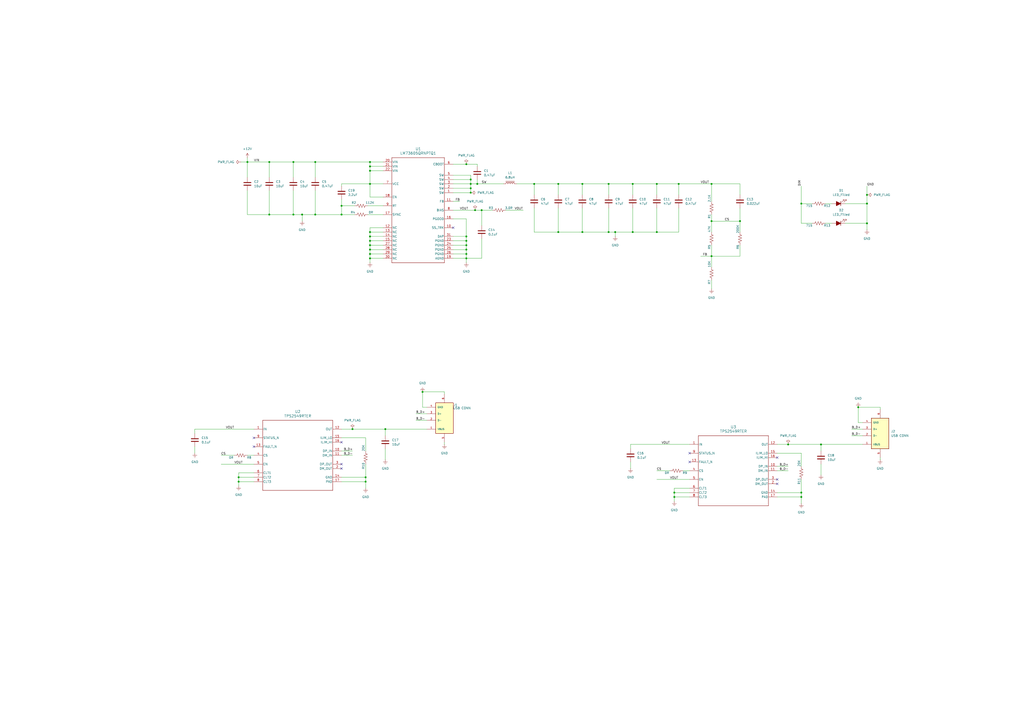
<source format=kicad_sch>
(kicad_sch (version 20231120) (generator "eeschema") (generator_version "8.0")
  (paper "A2")
  (lib_symbols
    (symbol "Device:C" (pin_numbers hide) (pin_names (offset 0.254))
      (property "Reference" "C" (at 0.635 2.54 0))
      (property "Value" "C" (at 0.635 -2.54 0))
      (symbol "C_0_1"
        (polyline (pts (xy -2.032 -0.762) (xy 2.032 -0.762)) (stroke (width 0.508)))
        (polyline (pts (xy -2.032 0.762) (xy 2.032 0.762)) (stroke (width 0.508)))
      )
      (symbol "C_1_1"
        (pin passive line (at 0 3.81 270) (length 2.794) (name "~") (number "1"))
        (pin passive line (at 0 -3.81 90) (length 2.794) (name "~") (number "2"))
      )
    )
    (symbol "Device:LED_Filled" (pin_numbers hide) (pin_names (offset 1.016) hide)
      (property "Reference" "D" (at 0 2.54 0))
      (property "Value" "LED_Filled" (at 0 -2.54 0))
      (symbol "LED_Filled_0_1"
        (polyline (pts (xy -1.27 -1.27) (xy -1.27 1.27)) (stroke (width 0.254)))
        (polyline (pts (xy -1.27 0) (xy 1.27 0)))
        (polyline (pts (xy 1.27 -1.27) (xy 1.27 1.27) (xy -1.27 0) (xy 1.27 -1.27)) (stroke (width 0.254)) (fill (type outline)))
        (polyline (pts (xy -3.048 -0.762) (xy -4.572 -2.286) (xy -3.81 -2.286) (xy -4.572 -2.286) (xy -4.572 -1.524)))
        (polyline (pts (xy -1.778 -0.762) (xy -3.302 -2.286) (xy -2.54 -2.286) (xy -3.302 -2.286) (xy -3.302 -1.524)))
      )
      (symbol "LED_Filled_1_1"
        (pin passive line (at -3.81 0 0) (length 2.54) (name "K") (number "1"))
        (pin passive line (at 3.81 0 180) (length 2.54) (name "A") (number "2"))
      )
    )
    (symbol "Device:L_Iron" (pin_numbers hide) (pin_names (offset 1.016) hide)
      (property "Reference" "L" (at -1.27 0 90))
      (property "Value" "L_Iron" (at 2.794 0 90))
      (symbol "L_Iron_0_1"
        (arc (start 0 -2.54) (mid 0.6323 -1.905) (end 0 -1.27))
        (arc (start 0 -1.27) (mid 0.6323 -0.635) (end 0 0))
        (polyline (pts (xy 1.016 2.54) (xy 1.016 -2.54)))
        (polyline (pts (xy 1.524 -2.54) (xy 1.524 2.54)))
        (arc (start 0 0) (mid 0.6323 0.635) (end 0 1.27))
        (arc (start 0 1.27) (mid 0.6323 1.905) (end 0 2.54))
      )
      (symbol "L_Iron_1_1"
        (pin passive line (at 0 3.81 270) (length 1.27) (name "1") (number "1"))
        (pin passive line (at 0 -3.81 90) (length 1.27) (name "2") (number "2"))
      )
    )
    (symbol "Device:R_US" (pin_numbers hide) (pin_names (offset 0))
      (property "Reference" "R" (at 2.54 0 90))
      (property "Value" "R_US" (at -2.54 0 90))
      (symbol "R_US_0_1"
        (polyline (pts (xy 0 -2.286) (xy 0 -2.54)))
        (polyline (pts (xy 0 2.286) (xy 0 2.54)))
        (polyline (pts (xy 0 -0.762) (xy 1.016 -1.143) (xy 0 -1.524) (xy -1.016 -1.905) (xy 0 -2.286)))
        (polyline (pts (xy 0 0.762) (xy 1.016 0.381) (xy 0 0) (xy -1.016 -0.381) (xy 0 -0.762)))
        (polyline (pts (xy 0 2.286) (xy 1.016 1.905) (xy 0 1.524) (xy -1.016 1.143) (xy 0 0.762)))
      )
      (symbol "R_US_1_1"
        (pin passive line (at 0 3.81 270) (length 1.27) (name "~") (number "1"))
        (pin passive line (at 0 -3.81 90) (length 1.27) (name "~") (number "2"))
      )
    )
    (symbol "Senior Design:LM73605QRNPTQ1" (pin_names (offset 0.254))
      (property "Reference" "U1" (at 0 35.56 0))
      (property "Value" "LM73605QRNPTQ1" (at 0 33.02 0))
      (symbol "LM73605QRNPTQ1_0_1"
        (polyline (pts (xy -15.24 -30.48) (xy 15.24 -30.48)) (stroke (width 0.2032)))
        (polyline (pts (xy -15.24 30.48) (xy -15.24 -30.48)) (stroke (width 0.2032)))
        (polyline (pts (xy 15.24 -30.48) (xy 15.24 30.48)) (stroke (width 0.2032)))
        (polyline (pts (xy 15.24 30.48) (xy -15.24 30.48)) (stroke (width 0.2032)))
        (pin input line (at 20.32 -10.16 180) (length 5.08) (name "SS_TRK") (number "10"))
        (pin input line (at 20.32 5.08 180) (length 5.08) (name "FB") (number "11"))
        (pin unspecified line (at -20.32 -10.16 0) (length 5.08) (name "NC") (number "12"))
        (pin unspecified line (at -20.32 -12.7 0) (length 5.08) (name "NC") (number "13"))
        (pin unspecified line (at -20.32 -15.24 0) (length 5.08) (name "NC") (number "14"))
        (pin unspecified line (at -20.32 -17.78 0) (length 5.08) (name "NC") (number "15"))
        (pin input line (at -20.32 -2.54 0) (length 5.08) (name "SYNC") (number "17"))
        (pin input line (at -20.32 7.62 0) (length 5.08) (name "EN") (number "18"))
        (pin power_in line (at 20.32 -27.94 180) (length 5.08) (name "AGND") (number "19"))
        (pin power_in line (at -20.32 27.94 0) (length 5.08) (name "VIN") (number "20"))
        (pin power_in line (at -20.32 25.4 0) (length 5.08) (name "VIN") (number "21"))
        (pin power_in line (at -20.32 22.86 0) (length 5.08) (name "VIN") (number "22"))
        (pin power_in line (at 20.32 -17.78 180) (length 5.08) (name "PGND") (number "23"))
        (pin power_in line (at 20.32 -20.32 180) (length 5.08) (name "PGND") (number "24"))
        (pin power_in line (at 20.32 -22.86 180) (length 5.08) (name "PGND") (number "25"))
        (pin power_in line (at 20.32 -25.4 180) (length 5.08) (name "PGND") (number "26"))
        (pin unspecified line (at -20.32 -20.32 0) (length 5.08) (name "NC") (number "27"))
        (pin unspecified line (at -20.32 -22.86 0) (length 5.08) (name "NC") (number "28"))
        (pin unspecified line (at -20.32 -25.4 0) (length 5.08) (name "NC") (number "29"))
        (pin power_in line (at 20.32 15.24 180) (length 5.08) (name "SW") (number "3"))
        (pin unspecified line (at -20.32 -27.94 0) (length 5.08) (name "NC") (number "30"))
        (pin power_in line (at 20.32 -15.24 180) (length 5.08) (name "DAP") (number "31"))
        (pin power_in line (at 20.32 26.67 180) (length 5.08) (name "CBOOT") (number "6"))
        (pin power_in line (at -20.32 15.24 0) (length 5.08) (name "VCC") (number "7"))
        (pin input line (at 20.32 0 180) (length 5.08) (name "BIAS") (number "8"))
        (pin input line (at -20.32 2.54 0) (length 5.08) (name "RT") (number "9"))
      )
      (symbol "LM73605QRNPTQ1_1_1"
        (pin power_in line (at 20.32 10.16 180) (length 5.08) (name "SW") (number "1"))
        (pin passive line (at 20.32 -5.08 180) (length 5.08) (name "PGOOD") (number "16"))
        (pin power_in line (at 20.32 12.7 180) (length 5.08) (name "SW") (number "2"))
        (pin power_in line (at 20.32 17.78 180) (length 5.08) (name "SW") (number "4"))
        (pin power_in line (at 20.32 20.32 180) (length 5.08) (name "SW") (number "5"))
      )
    )
    (symbol "Senior Design:TPS2549RTER" (pin_names (offset 0.254))
      (property "Reference" "U" (at 0 2.54 0))
      (property "Value" "TPS2549RTER" (at 0 0 0))
      (symbol "TPS2549RTER_0_1"
        (polyline (pts (xy -20.32 -20.32) (xy 20.32 -20.32)) (stroke (width 0.2032)))
        (polyline (pts (xy -20.32 20.32) (xy -20.32 -20.32)) (stroke (width 0.2032)))
        (polyline (pts (xy 20.32 -20.32) (xy 20.32 20.32)) (stroke (width 0.2032)))
        (polyline (pts (xy 20.32 20.32) (xy -20.32 20.32)) (stroke (width 0.2032)))
        (pin power_in line (at -25.4 15.24 0) (length 5.08) (name "IN") (number "1"))
        (pin bidirectional line (at 25.4 2.54 180) (length 5.08) (name "DP_IN") (number "10"))
        (pin bidirectional line (at 25.4 0 180) (length 5.08) (name "DM_IN") (number "11"))
        (pin power_in line (at 25.4 15.24 180) (length 5.08) (name "OUT") (number "12"))
        (pin open_collector line (at -25.4 5.08 0) (length 5.08) (name "FAULT_N") (number "13"))
        (pin power_in line (at 25.4 -12.7 180) (length 5.08) (name "GND") (number "14"))
        (pin input line (at 25.4 10.16 180) (length 5.08) (name "ILIM_LO") (number "15"))
        (pin input line (at 25.4 7.62 180) (length 5.08) (name "ILIM_HI") (number "16"))
        (pin power_in line (at 25.4 -15.24 180) (length 5.08) (name "PAD") (number "17"))
        (pin output line (at 25.4 -7.62 180) (length 5.08) (name "DM_OUT") (number "2"))
        (pin output line (at 25.4 -5.08 180) (length 5.08) (name "DP_OUT") (number "3"))
        (pin input line (at -25.4 0 0) (length 5.08) (name "CS") (number "4"))
        (pin input line (at -25.4 -5.08 0) (length 5.08) (name "EN") (number "5"))
        (pin input line (at -25.4 -10.16 0) (length 5.08) (name "CLT1") (number "6"))
        (pin input line (at -25.4 -12.7 0) (length 5.08) (name "CLT2") (number "7"))
        (pin input line (at -25.4 -15.24 0) (length 5.08) (name "CLT3") (number "8"))
        (pin open_collector line (at -25.4 10.16 0) (length 5.08) (name "STATUS_N") (number "9"))
      )
    )
    (symbol "Senior Design:UJ2-AH-1-SMT" (pin_names (offset 1.016))
      (property "Reference" "J3" (at 6.35 7.62 0))
      (property "Value" "USB CONN" (at 10.16 5.842 0))
      (symbol "UJ2-AH-1-SMT_0_0"
        (rectangle (start -5.08 -8.89) (end 5.08 8.89) (stroke (width 0.254)) (fill (type background)))
      )
      (symbol "UJ2-AH-1-SMT_1_0"
        (pin passive line (at -10.16 -6.35 0) (length 5.08) (name "VBUS") (number "1"))
        (pin passive line (at -10.16 -1.27 0) (length 5.08) (name "D-") (number "2"))
        (pin passive line (at -10.16 2.54 0) (length 5.08) (name "D+") (number "3"))
        (pin passive line (at -10.16 6.35 0) (length 5.08) (name "GND") (number "4"))
        (pin passive line (at 0 -13.97 90) (length 5.08) (name "") (number "5"))
        (pin passive line (at 0 13.97 270) (length 5.08) (name "") (number "6"))
      )
    )
    (symbol "power:+12V" (power) (pin_numbers hide) (pin_names (offset 0) hide)
      (property "Value" "+12V" (at 0 3.556 0))
      (symbol "+12V_0_1"
        (polyline (pts (xy -0.762 1.27) (xy 0 2.54)))
        (polyline (pts (xy 0 0) (xy 0 2.54)))
        (polyline (pts (xy 0 2.54) (xy 0.762 1.27)))
      )
      (symbol "+12V_1_1"
        (pin power_in line (at 0 0 90) (length 0) (name "~") (number "1"))
      )
    )
    (symbol "power:GNDREF" (power) (pin_numbers hide) (pin_names (offset 0) hide)
      (property "Value" "GNDREF" (at 0 -3.81 0))
      (symbol "GNDREF_0_1"
        (polyline (pts (xy -0.635 -1.905) (xy 0.635 -1.905)))
        (polyline (pts (xy -0.127 -2.54) (xy 0.127 -2.54)))
        (polyline (pts (xy 0 -1.27) (xy 0 0)))
        (polyline (pts (xy 1.27 -1.27) (xy -1.27 -1.27)))
      )
      (symbol "GNDREF_1_1"
        (pin power_in line (at 0 0 270) (length 0) (name "~") (number "1"))
      )
    )
    (symbol "power:PWR_FLAG" (power) (pin_numbers hide) (pin_names (offset 0) hide)
      (property "Value" "PWR_FLAG" (at 0 3.81 0))
      (symbol "PWR_FLAG_0_0"
        (pin power_out line (at 0 0 90) (length 0) (name "~") (number "1"))
      )
      (symbol "PWR_FLAG_0_1"
        (polyline (pts (xy 0 0) (xy 0 1.27) (xy -1.016 1.905) (xy 0 2.54) (xy 1.016 1.905) (xy 0 1.27)))
      )
    )
  )
  (junction (at 182.88 124.46))
  (junction (at 412.75 128.27))
  (junction (at 270.51 142.24))
  (junction (at 214.63 96.52))
  (junction (at 214.63 137.16))
  (junction (at 502.92 129.54))
  (junction (at 412.75 106.68))
  (junction (at 214.63 99.06))
  (junction (at 214.63 139.7))
  (junction (at 138.43 279.4))
  (junction (at 309.88 106.68))
  (junction (at 214.63 134.62))
  (junction (at 214.63 142.24))
  (junction (at 323.85 134.62))
  (junction (at 198.12 124.46))
  (junction (at 270.51 144.78))
  (junction (at 270.51 137.16))
  (junction (at 502.92 118.11))
  (junction (at 323.85 106.68))
  (junction (at 381 134.62))
  (junction (at 156.21 93.98))
  (junction (at 270.51 149.86))
  (junction (at 273.05 109.22))
  (junction (at 214.63 147.32))
  (junction (at 156.21 124.46))
  (junction (at 367.03 134.62))
  (junction (at 198.12 119.38))
  (junction (at 497.84 236.22))
  (junction (at 353.06 106.68))
  (junction (at 212.09 276.86))
  (junction (at 270.51 147.32))
  (junction (at 337.82 106.68))
  (junction (at 175.26 124.46))
  (junction (at 223.52 248.92))
  (junction (at 337.82 134.62))
  (junction (at 353.06 134.62))
  (junction (at 381 106.68))
  (junction (at 204.47 248.92))
  (junction (at 502.92 113.03))
  (junction (at 429.26 128.27))
  (junction (at 143.51 93.98))
  (junction (at 245.11 227.33))
  (junction (at 273.05 106.68))
  (junction (at 170.18 124.46))
  (junction (at 214.63 106.68))
  (junction (at 275.59 121.92))
  (junction (at 214.63 144.78))
  (junction (at 464.82 118.11))
  (junction (at 391.16 288.29))
  (junction (at 182.88 93.98))
  (junction (at 457.2 257.81))
  (junction (at 464.82 288.29))
  (junction (at 270.51 95.25))
  (junction (at 276.86 106.68))
  (junction (at 279.4 121.92))
  (junction (at 273.05 104.14))
  (junction (at 412.75 148.59))
  (junction (at 212.09 279.4))
  (junction (at 391.16 285.75))
  (junction (at 393.7 106.68))
  (junction (at 214.63 93.98))
  (junction (at 170.18 93.98))
  (junction (at 273.05 111.76))
  (junction (at 138.43 276.86))
  (junction (at 214.63 149.86))
  (junction (at 356.87 134.62))
  (junction (at 476.25 257.81))
  (junction (at 367.03 106.68))
  (junction (at 464.82 285.75))
  (junction (at 270.51 139.7))
  (no_connect (at 400.05 267.97))
  (no_connect (at 198.12 256.54))
  (no_connect (at 198.12 271.78))
  (no_connect (at 450.85 278.13))
  (no_connect (at 147.32 254))
  (no_connect (at 198.12 269.24))
  (no_connect (at 450.85 280.67))
  (no_connect (at 400.05 262.89))
  (no_connect (at 262.89 132.08))
  (no_connect (at 147.32 259.08))
  (no_connect (at 450.85 265.43))
  (wire (pts (xy 393.7 106.68) (xy 393.7 113.03)))
  (wire (pts (xy 356.87 137.16) (xy 356.87 134.62)))
  (wire (pts (xy 143.51 124.46) (xy 143.51 110.49)))
  (wire (pts (xy 429.26 106.68) (xy 429.26 113.03)))
  (wire (pts (xy 464.82 288.29) (xy 464.82 292.1)))
  (wire (pts (xy 406.4 148.59) (xy 412.75 148.59)))
  (wire (pts (xy 353.06 106.68) (xy 367.03 106.68)))
  (wire (pts (xy 450.85 288.29) (xy 464.82 288.29)))
  (wire (pts (xy 214.63 147.32) (xy 222.25 147.32)))
  (wire (pts (xy 214.63 149.86) (xy 214.63 152.4)))
  (wire (pts (xy 393.7 106.68) (xy 412.75 106.68)))
  (wire (pts (xy 429.26 148.59) (xy 412.75 148.59)))
  (wire (pts (xy 170.18 93.98) (xy 170.18 102.87)))
  (wire (pts (xy 262.89 139.7) (xy 270.51 139.7)))
  (wire (pts (xy 214.63 106.68) (xy 214.63 114.3)))
  (wire (pts (xy 450.85 262.89) (xy 464.82 262.89)))
  (wire (pts (xy 276.86 104.14) (xy 276.86 106.68)))
  (wire (pts (xy 182.88 93.98) (xy 214.63 93.98)))
  (wire (pts (xy 381 120.65) (xy 381 134.62)))
  (wire (pts (xy 412.75 124.46) (xy 412.75 128.27)))
  (wire (pts (xy 457.2 257.81) (xy 476.25 257.81)))
  (wire (pts (xy 323.85 120.65) (xy 323.85 134.62)))
  (wire (pts (xy 478.79 129.54) (xy 482.6 129.54)))
  (wire (pts (xy 497.84 245.11) (xy 497.84 236.22)))
  (wire (pts (xy 270.51 147.32) (xy 270.51 149.86)))
  (wire (pts (xy 270.51 149.86) (xy 279.4 149.86)))
  (wire (pts (xy 412.75 106.68) (xy 429.26 106.68)))
  (wire (pts (xy 198.12 115.57) (xy 198.12 119.38)))
  (wire (pts (xy 138.43 276.86) (xy 138.43 279.4)))
  (wire (pts (xy 323.85 134.62) (xy 337.82 134.62)))
  (wire (pts (xy 214.63 96.52) (xy 214.63 99.06)))
  (wire (pts (xy 464.82 129.54) (xy 471.17 129.54)))
  (wire (pts (xy 502.92 107.95) (xy 502.92 113.03)))
  (wire (pts (xy 214.63 93.98) (xy 214.63 96.52)))
  (wire (pts (xy 323.85 106.68) (xy 337.82 106.68)))
  (wire (pts (xy 276.86 106.68) (xy 292.1 106.68)))
  (wire (pts (xy 270.51 142.24) (xy 270.51 144.78)))
  (wire (pts (xy 214.63 139.7) (xy 214.63 142.24)))
  (wire (pts (xy 139.7 93.98) (xy 143.51 93.98)))
  (wire (pts (xy 182.88 110.49) (xy 182.88 124.46)))
  (wire (pts (xy 241.3 240.03) (xy 247.65 240.03)))
  (wire (pts (xy 270.51 127) (xy 270.51 137.16)))
  (wire (pts (xy 214.63 149.86) (xy 222.25 149.86)))
  (wire (pts (xy 464.82 285.75) (xy 464.82 288.29)))
  (wire (pts (xy 391.16 285.75) (xy 391.16 288.29)))
  (wire (pts (xy 262.89 109.22) (xy 273.05 109.22)))
  (wire (pts (xy 262.89 137.16) (xy 270.51 137.16)))
  (wire (pts (xy 214.63 134.62) (xy 214.63 137.16)))
  (wire (pts (xy 262.89 142.24) (xy 270.51 142.24)))
  (wire (pts (xy 502.92 113.03) (xy 502.92 118.11)))
  (wire (pts (xy 391.16 288.29) (xy 400.05 288.29)))
  (wire (pts (xy 309.88 134.62) (xy 323.85 134.62)))
  (wire (pts (xy 182.88 124.46) (xy 175.26 124.46)))
  (wire (pts (xy 510.54 237.49) (xy 510.54 236.22)))
  (wire (pts (xy 391.16 285.75) (xy 400.05 285.75)))
  (wire (pts (xy 214.63 144.78) (xy 222.25 144.78)))
  (wire (pts (xy 367.03 120.65) (xy 367.03 134.62)))
  (wire (pts (xy 365.76 257.81) (xy 400.05 257.81)))
  (wire (pts (xy 113.03 259.08) (xy 113.03 262.89)))
  (wire (pts (xy 412.75 148.59) (xy 412.75 154.94)))
  (wire (pts (xy 113.03 248.92) (xy 147.32 248.92)))
  (wire (pts (xy 309.88 120.65) (xy 309.88 134.62)))
  (wire (pts (xy 510.54 266.7) (xy 510.54 265.43)))
  (wire (pts (xy 365.76 257.81) (xy 365.76 260.35)))
  (wire (pts (xy 214.63 99.06) (xy 214.63 106.68)))
  (wire (pts (xy 214.63 106.68) (xy 222.25 106.68)))
  (wire (pts (xy 214.63 96.52) (xy 222.25 96.52)))
  (wire (pts (xy 393.7 134.62) (xy 393.7 120.65)))
  (wire (pts (xy 353.06 120.65) (xy 353.06 134.62)))
  (wire (pts (xy 381 134.62) (xy 393.7 134.62)))
  (wire (pts (xy 309.88 106.68) (xy 323.85 106.68)))
  (wire (pts (xy 214.63 142.24) (xy 214.63 144.78)))
  (wire (pts (xy 273.05 106.68) (xy 276.86 106.68)))
  (wire (pts (xy 367.03 106.68) (xy 367.03 113.03)))
  (wire (pts (xy 337.82 134.62) (xy 353.06 134.62)))
  (wire (pts (xy 464.82 118.11) (xy 464.82 129.54)))
  (wire (pts (xy 381 106.68) (xy 393.7 106.68)))
  (wire (pts (xy 270.51 149.86) (xy 270.51 152.4)))
  (wire (pts (xy 262.89 147.32) (xy 270.51 147.32)))
  (wire (pts (xy 273.05 101.6) (xy 273.05 104.14)))
  (wire (pts (xy 214.63 137.16) (xy 214.63 139.7)))
  (wire (pts (xy 309.88 106.68) (xy 309.88 113.03)))
  (wire (pts (xy 214.63 142.24) (xy 222.25 142.24)))
  (wire (pts (xy 113.03 248.92) (xy 113.03 251.46)))
  (wire (pts (xy 262.89 104.14) (xy 273.05 104.14)))
  (wire (pts (xy 214.63 99.06) (xy 222.25 99.06)))
  (wire (pts (xy 156.21 93.98) (xy 170.18 93.98)))
  (wire (pts (xy 412.75 128.27) (xy 412.75 134.62)))
  (wire (pts (xy 391.16 288.29) (xy 391.16 290.83)))
  (wire (pts (xy 494.03 248.92) (xy 500.38 248.92)))
  (wire (pts (xy 143.51 93.98) (xy 156.21 93.98)))
  (wire (pts (xy 138.43 274.32) (xy 138.43 276.86)))
  (wire (pts (xy 381 106.68) (xy 381 113.03)))
  (wire (pts (xy 138.43 276.86) (xy 147.32 276.86)))
  (wire (pts (xy 275.59 121.92) (xy 279.4 121.92)))
  (wire (pts (xy 353.06 106.68) (xy 353.06 113.03)))
  (wire (pts (xy 223.52 252.73) (xy 223.52 248.92)))
  (wire (pts (xy 212.09 269.24) (xy 212.09 276.86)))
  (wire (pts (xy 450.85 257.81) (xy 457.2 257.81)))
  (wire (pts (xy 367.03 134.62) (xy 381 134.62)))
  (wire (pts (xy 412.75 162.56) (xy 412.75 167.64)))
  (wire (pts (xy 273.05 104.14) (xy 273.05 106.68)))
  (wire (pts (xy 214.63 132.08) (xy 214.63 134.62)))
  (wire (pts (xy 214.63 137.16) (xy 222.25 137.16)))
  (wire (pts (xy 464.82 278.13) (xy 464.82 285.75)))
  (wire (pts (xy 381 278.13) (xy 400.05 278.13)))
  (wire (pts (xy 198.12 264.16) (xy 204.47 264.16)))
  (wire (pts (xy 293.37 121.92) (xy 303.53 121.92)))
  (wire (pts (xy 214.63 147.32) (xy 214.63 149.86)))
  (wire (pts (xy 412.75 142.24) (xy 412.75 148.59)))
  (wire (pts (xy 464.82 262.89) (xy 464.82 270.51)))
  (wire (pts (xy 170.18 93.98) (xy 182.88 93.98)))
  (wire (pts (xy 198.12 119.38) (xy 205.74 119.38)))
  (wire (pts (xy 214.63 114.3) (xy 222.25 114.3)))
  (wire (pts (xy 223.52 248.92) (xy 247.65 248.92)))
  (wire (pts (xy 257.81 257.81) (xy 257.81 256.54)))
  (wire (pts (xy 429.26 120.65) (xy 429.26 128.27)))
  (wire (pts (xy 156.21 110.49) (xy 156.21 124.46)))
  (wire (pts (xy 476.25 275.59) (xy 476.25 269.24)))
  (wire (pts (xy 212.09 254) (xy 212.09 261.62)))
  (wire (pts (xy 270.51 144.78) (xy 270.51 147.32)))
  (wire (pts (xy 412.75 128.27) (xy 429.26 128.27)))
  (wire (pts (xy 279.4 121.92) (xy 285.75 121.92)))
  (wire (pts (xy 198.12 248.92) (xy 204.47 248.92)))
  (wire (pts (xy 138.43 279.4) (xy 138.43 281.94)))
  (wire (pts (xy 262.89 149.86) (xy 270.51 149.86)))
  (wire (pts (xy 356.87 134.62) (xy 367.03 134.62)))
  (wire (pts (xy 270.51 137.16) (xy 270.51 139.7)))
  (wire (pts (xy 147.32 274.32) (xy 138.43 274.32)))
  (wire (pts (xy 128.27 264.16) (xy 135.89 264.16)))
  (wire (pts (xy 247.65 236.22) (xy 245.11 236.22)))
  (wire (pts (xy 198.12 261.62) (xy 204.47 261.62)))
  (wire (pts (xy 429.26 142.24) (xy 429.26 148.59)))
  (wire (pts (xy 198.12 254) (xy 212.09 254)))
  (wire (pts (xy 262.89 127) (xy 270.51 127)))
  (wire (pts (xy 182.88 93.98) (xy 182.88 102.87)))
  (wire (pts (xy 279.4 149.86) (xy 279.4 138.43)))
  (wire (pts (xy 262.89 95.25) (xy 270.51 95.25)))
  (wire (pts (xy 273.05 111.76) (xy 273.05 109.22)))
  (wire (pts (xy 257.81 228.6) (xy 257.81 227.33)))
  (wire (pts (xy 353.06 134.62) (xy 356.87 134.62)))
  (wire (pts (xy 450.85 273.05) (xy 457.2 273.05)))
  (wire (pts (xy 143.51 93.98) (xy 143.51 102.87)))
  (wire (pts (xy 198.12 124.46) (xy 182.88 124.46)))
  (wire (pts (xy 337.82 106.68) (xy 353.06 106.68)))
  (wire (pts (xy 400.05 283.21) (xy 391.16 283.21)))
  (wire (pts (xy 510.54 236.22) (xy 497.84 236.22)))
  (wire (pts (xy 214.63 93.98) (xy 222.25 93.98)))
  (wire (pts (xy 381 273.05) (xy 388.62 273.05)))
  (wire (pts (xy 175.26 128.27) (xy 175.26 124.46)))
  (wire (pts (xy 502.92 129.54) (xy 502.92 133.35)))
  (wire (pts (xy 212.09 279.4) (xy 212.09 283.21)))
  (wire (pts (xy 262.89 101.6) (xy 273.05 101.6)))
  (wire (pts (xy 500.38 245.11) (xy 497.84 245.11)))
  (wire (pts (xy 476.25 261.62) (xy 476.25 257.81)))
  (wire (pts (xy 205.74 124.46) (xy 198.12 124.46)))
  (wire (pts (xy 365.76 267.97) (xy 365.76 271.78)))
  (wire (pts (xy 412.75 106.68) (xy 412.75 116.84)))
  (wire (pts (xy 323.85 106.68) (xy 323.85 113.03)))
  (wire (pts (xy 270.51 139.7) (xy 270.51 142.24)))
  (wire (pts (xy 502.92 118.11) (xy 502.92 129.54)))
  (wire (pts (xy 214.63 144.78) (xy 214.63 147.32)))
  (wire (pts (xy 170.18 124.46) (xy 156.21 124.46)))
  (wire (pts (xy 270.51 95.25) (xy 276.86 95.25)))
  (wire (pts (xy 262.89 144.78) (xy 270.51 144.78)))
  (wire (pts (xy 490.22 118.11) (xy 502.92 118.11)))
  (wire (pts (xy 170.18 124.46) (xy 175.26 124.46)))
  (wire (pts (xy 204.47 248.92) (xy 223.52 248.92)))
  (wire (pts (xy 241.3 243.84) (xy 247.65 243.84)))
  (wire (pts (xy 198.12 276.86) (xy 212.09 276.86)))
  (wire (pts (xy 257.81 227.33) (xy 245.11 227.33)))
  (wire (pts (xy 198.12 119.38) (xy 198.12 124.46)))
  (wire (pts (xy 337.82 120.65) (xy 337.82 134.62)))
  (wire (pts (xy 337.82 106.68) (xy 337.82 113.03)))
  (wire (pts (xy 214.63 134.62) (xy 222.25 134.62)))
  (wire (pts (xy 299.72 106.68) (xy 309.88 106.68)))
  (wire (pts (xy 143.51 264.16) (xy 147.32 264.16)))
  (wire (pts (xy 490.22 129.54) (xy 502.92 129.54)))
  (wire (pts (xy 396.24 273.05) (xy 400.05 273.05)))
  (wire (pts (xy 128.27 269.24) (xy 147.32 269.24)))
  (wire (pts (xy 464.82 118.11) (xy 471.17 118.11)))
  (wire (pts (xy 494.03 252.73) (xy 500.38 252.73)))
  (wire (pts (xy 143.51 91.44) (xy 143.51 93.98)))
  (wire (pts (xy 478.79 118.11) (xy 482.6 118.11)))
  (wire (pts (xy 213.36 119.38) (xy 222.25 119.38)))
  (wire (pts (xy 213.36 124.46) (xy 222.25 124.46)))
  (wire (pts (xy 450.85 270.51) (xy 457.2 270.51)))
  (wire (pts (xy 476.25 257.81) (xy 500.38 257.81)))
  (wire (pts (xy 276.86 95.25) (xy 276.86 96.52)))
  (wire (pts (xy 464.82 107.95) (xy 464.82 118.11)))
  (wire (pts (xy 391.16 283.21) (xy 391.16 285.75)))
  (wire (pts (xy 367.03 106.68) (xy 381 106.68)))
  (wire (pts (xy 198.12 106.68) (xy 198.12 107.95)))
  (wire (pts (xy 266.7 116.84) (xy 262.89 116.84)))
  (wire (pts (xy 170.18 110.49) (xy 170.18 124.46)))
  (wire (pts (xy 262.89 106.68) (xy 273.05 106.68)))
  (wire (pts (xy 279.4 130.81) (xy 279.4 121.92)))
  (wire (pts (xy 156.21 93.98) (xy 156.21 102.87)))
  (wire (pts (xy 429.26 128.27) (xy 429.26 134.62)))
  (wire (pts (xy 212.09 276.86) (xy 212.09 279.4)))
  (wire (pts (xy 262.89 121.92) (xy 275.59 121.92)))
  (wire (pts (xy 222.25 132.08) (xy 214.63 132.08)))
  (wire (pts (xy 450.85 285.75) (xy 464.82 285.75)))
  (wire (pts (xy 223.52 266.7) (xy 223.52 260.35)))
  (wire (pts (xy 245.11 236.22) (xy 245.11 227.33)))
  (wire (pts (xy 138.43 279.4) (xy 147.32 279.4)))
  (wire (pts (xy 198.12 279.4) (xy 212.09 279.4)))
  (wire (pts (xy 214.63 106.68) (xy 198.12 106.68)))
  (wire (pts (xy 273.05 109.22) (xy 273.05 106.68)))
  (wire (pts (xy 156.21 124.46) (xy 143.51 124.46)))
  (wire (pts (xy 214.63 139.7) (xy 222.25 139.7)))
  (wire (pts (xy 262.89 111.76) (xy 273.05 111.76)))
  (label "CS" (at 128.27 264.16 0))
  (label "B_D-" (at 241.3 243.84 0))
  (label "VOUT" (at 266.7 121.92 0))
  (label "VOUT" (at 388.62 278.13 0))
  (label "DIM" (at 464.82 107.95 90))
  (label "B_D-" (at 494.03 252.73 0))
  (label "B_D+" (at 494.03 248.92 0))
  (label "VOUT" (at 406.4 106.68 0))
  (label "B_D+" (at 452.12 270.51 0))
  (label "B_D-" (at 452.12 273.05 0))
  (label "B_D+" (at 199.39 261.62 0))
  (label "FB" (at 407.67 148.59 0))
  (label "VOUT" (at 388.62 257.81 180))
  (label "SW" (at 279.4 106.68 0))
  (label "B_D+" (at 241.3 240.03 0))
  (label "GND" (at 502.92 107.95 0))
  (label "FB" (at 264.16 116.84 0))
  (label "CS" (at 381 273.05 0))
  (label "B_D-" (at 199.39 264.16 0))
  (label "VOUT" (at 135.89 269.24 0))
  (label "CS" (at 420.37 128.27 0))
  (label "VIN" (at 147.32 93.98 0))
  (label "VOUT" (at 135.89 248.92 180))
  (label "VOUT" (at 298.45 121.92 0))
  (symbol (lib_id "Device:C") (at 309.88 116.84 0) (unit 1)
    (property "Reference" "C6" (at 313.69 115.5699 0) (effects (justify left)))
    (property "Value" "47uF" (at 313.69 118.1099 0) (effects (justify left)))
    (property "Footprint" "Capacitor_SMD:C_0603_1608Metric_Pad1.08x0.95mm_HandSolder" (effects (hide yes)))
    (property "Description" "Unpolarized capacitor" (effects (hide yes)))
  )
  (symbol (lib_id "Device:C") (at 170.18 106.68 0) (unit 1)
    (property "Reference" "C4" (at 173.99 105.4099 0) (effects (justify left)))
    (property "Value" "10uF" (at 173.99 107.9499 0) (effects (justify left)))
    (property "Footprint" "Capacitor_SMD:C_0603_1608Metric_Pad1.08x0.95mm_HandSolder" (effects (hide yes)))
    (property "Description" "Unpolarized capacitor" (effects (hide yes)))
  )
  (symbol (lib_id "Device:R_US") (at 412.75 120.65 0) (unit 1)
    (property "Reference" "R1" (at 411.48 125.476 90))
    (property "Value" "2.1K" (at 411.48 115.062 90))
    (property "Footprint" "Resistor_SMD:R_0603_1608Metric_Pad0.98x0.95mm_HandSolder" (effects (hide yes)))
    (property "Description" "Resistor, US symbol" (effects (hide yes)))
  )
  (symbol (lib_id "Device:C") (at 367.03 116.84 0) (unit 1)
    (property "Reference" "C10" (at 370.84 115.5699 0) (effects (justify left)))
    (property "Value" "47uF" (at 370.84 118.1099 0) (effects (justify left)))
    (property "Footprint" "Capacitor_SMD:C_0603_1608Metric_Pad1.08x0.95mm_HandSolder" (effects (hide yes)))
    (property "Description" "Unpolarized capacitor" (effects (hide yes)))
  )
  (symbol (lib_id "power:GNDREF") (at 175.26 128.27 0) (unit 1)
    (property "Reference" "#PWR038" (effects (hide yes)))
    (property "Value" "GND" (at 175.26 133.35 0))
    (property "Description" "Power symbol creates a global label with name \"GNDREF\" , reference supply ground" (effects (hide yes)))
  )
  (symbol (lib_id "power:GNDREF") (at 223.52 266.7 0) (unit 1)
    (property "Reference" "#PWR028" (effects (hide yes)))
    (property "Value" "GND" (at 223.52 271.78 0))
    (property "Description" "Power symbol creates a global label with name \"GNDREF\" , reference supply ground" (effects (hide yes)))
  )
  (symbol (lib_id "Device:C") (at 156.21 106.68 0) (unit 1)
    (property "Reference" "C3" (at 160.02 105.4099 0) (effects (justify left)))
    (property "Value" "10uF" (at 160.02 107.9499 0) (effects (justify left)))
    (property "Footprint" "Capacitor_SMD:C_0603_1608Metric_Pad1.08x0.95mm_HandSolder" (effects (hide yes)))
    (property "Description" "Unpolarized capacitor" (effects (hide yes)))
  )
  (symbol (lib_id "power:PWR_FLAG") (at 275.59 121.92 0) (unit 1)
    (property "Reference" "#FLG05" (effects (hide yes)))
    (property "Value" "PWR_FLAG" (at 275.59 116.84 0))
    (property "Description" "Special symbol for telling ERC where power comes from" (effects (hide yes)))
  )
  (symbol (lib_id "Device:C") (at 393.7 116.84 0) (unit 1)
    (property "Reference" "C12" (at 397.51 115.5699 0) (effects (justify left)))
    (property "Value" "0.47uF" (at 397.51 118.1099 0) (effects (justify left)))
    (property "Footprint" "Capacitor_SMD:C_0603_1608Metric_Pad1.08x0.95mm_HandSolder" (effects (hide yes)))
    (property "Description" "Unpolarized capacitor" (effects (hide yes)))
  )
  (symbol (lib_id "Device:C") (at 381 116.84 0) (unit 1)
    (property "Reference" "C11" (at 384.81 115.5699 0) (effects (justify left)))
    (property "Value" "47uF" (at 384.81 118.1099 0) (effects (justify left)))
    (property "Footprint" "Capacitor_SMD:C_0603_1608Metric_Pad1.08x0.95mm_HandSolder" (effects (hide yes)))
    (property "Description" "Unpolarized capacitor" (effects (hide yes)))
  )
  (symbol (lib_id "power:GNDREF") (at 502.92 133.35 0) (unit 1)
    (property "Reference" "#PWR01" (effects (hide yes)))
    (property "Value" "GND" (at 502.92 138.43 0))
    (property "Description" "Power symbol creates a global label with name \"GNDREF\" , reference supply ground" (effects (hide yes)))
  )
  (symbol (lib_id "power:GNDREF") (at 365.76 271.78 0) (unit 1)
    (property "Reference" "#PWR031" (effects (hide yes)))
    (property "Value" "GND" (at 365.76 276.86 0))
    (property "Description" "Power symbol creates a global label with name \"GNDREF\" , reference supply ground" (effects (hide yes)))
  )
  (symbol (lib_id "Senior Design:TPS2549RTER") (at 172.72 264.16 0) (unit 1)
    (property "Reference" "U2" (at 172.72 238.76 0) (effects (font (size 1.524 1.524))))
    (property "Value" "TPS2549RTER" (at 172.72 241.3 0) (effects (font (size 1.524 1.524))))
    (property "Footprint" "AAMU Senior Design 2024-25:RTE0016C" (effects (hide yes)))
    (property "Datasheet" "TPS2549RTER" (effects (hide yes)))
  )
  (symbol (lib_id "power:PWR_FLAG") (at 502.92 113.03 270) (unit 1)
    (property "Reference" "#FLG02" (effects (hide yes)))
    (property "Value" "PWR_FLAG" (at 506.73 113.0299 90) (effects (justify left)))
    (property "Description" "Special symbol for telling ERC where power comes from" (effects (hide yes)))
  )
  (symbol (lib_id "power:GNDREF") (at 356.87 137.16 0) (unit 1)
    (property "Reference" "#PWR022" (effects (hide yes)))
    (property "Value" "GND" (at 356.87 142.24 0))
    (property "Description" "Power symbol creates a global label with name \"GNDREF\" , reference supply ground" (effects (hide yes)))
  )
  (symbol (lib_id "Device:C") (at 143.51 106.68 0) (unit 1)
    (property "Reference" "C2" (at 147.32 105.4099 0) (effects (justify left)))
    (property "Value" "10uF" (at 147.32 107.9499 0) (effects (justify left)))
    (property "Footprint" "Capacitor_SMD:C_0603_1608Metric_Pad1.08x0.95mm_HandSolder" (effects (hide yes)))
    (property "Description" "Unpolarized capacitor" (effects (hide yes)))
  )
  (symbol (lib_id "power:GNDREF") (at 212.09 283.21 0) (unit 1)
    (property "Reference" "#PWR027" (effects (hide yes)))
    (property "Value" "GND" (at 212.09 288.29 0))
    (property "Description" "Power symbol creates a global label with name \"GNDREF\" , reference supply ground" (effects (hide yes)))
  )
  (symbol (lib_id "Device:C") (at 276.86 100.33 0) (unit 1)
    (property "Reference" "C1" (at 280.67 99.0599 0) (effects (justify left)))
    (property "Value" "0.47uF" (at 280.67 101.5999 0) (effects (justify left)))
    (property "Footprint" "Capacitor_SMD:C_0603_1608Metric_Pad1.08x0.95mm_HandSolder" (effects (hide yes)))
    (property "Description" "Unpolarized capacitor" (effects (hide yes)))
  )
  (symbol (lib_id "Device:R_US") (at 412.75 138.43 0) (unit 1)
    (property "Reference" "R5" (at 411.48 143.256 90))
    (property "Value" "47K" (at 411.48 132.842 90))
    (property "Footprint" "Resistor_SMD:R_0603_1608Metric_Pad0.98x0.95mm_HandSolder" (effects (hide yes)))
    (property "Description" "Resistor, US symbol" (effects (hide yes)))
  )
  (symbol (lib_id "power:PWR_FLAG") (at 457.2 257.81 0) (unit 1)
    (property "Reference" "#FLG08" (effects (hide yes)))
    (property "Value" "PWR_FLAG" (at 457.2 252.73 0))
    (property "Description" "Special symbol for telling ERC where power comes from" (effects (hide yes)))
  )
  (symbol (lib_id "power:GNDREF") (at 391.16 290.83 0) (unit 1)
    (property "Reference" "#PWR032" (effects (hide yes)))
    (property "Value" "GND" (at 391.16 295.91 0))
    (property "Description" "Power symbol creates a global label with name \"GNDREF\" , reference supply ground" (effects (hide yes)))
  )
  (symbol (lib_id "Device:R_US") (at 209.55 119.38 270) (unit 1)
    (property "Reference" "R2" (at 205.232 117.602 90))
    (property "Value" "112K" (at 214.63 117.602 90))
    (property "Footprint" "Resistor_SMD:R_0603_1608Metric_Pad0.98x0.95mm_HandSolder" (effects (hide yes)))
    (property "Description" "Resistor, US symbol" (effects (hide yes)))
  )
  (symbol (lib_id "Device:L_Iron") (at 295.91 106.68 90) (unit 1)
    (property "Reference" "L1" (at 295.91 100.33 90))
    (property "Value" "6.8uH" (at 295.91 102.87 90))
    (property "Footprint" "Inductor_SMD:L_0603_1608Metric_Pad1.05x0.95mm_HandSolder" (effects (hide yes)))
    (property "Description" "Inductor with iron core" (effects (hide yes)))
  )
  (symbol (lib_id "power:PWR_FLAG") (at 273.05 111.76 270) (unit 1)
    (property "Reference" "#FLG03" (effects (hide yes)))
    (property "Value" "PWR_FLAG" (at 276.86 111.7599 90) (effects (justify left)))
    (property "Description" "Special symbol for telling ERC where power comes from" (effects (hide yes)))
  )
  (symbol (lib_id "Device:C") (at 365.76 264.16 0) (unit 1)
    (property "Reference" "C16" (at 369.57 262.8899 0) (effects (justify left)))
    (property "Value" "0.1uF" (at 369.57 265.4299 0) (effects (justify left)))
    (property "Footprint" "Capacitor_SMD:C_0603_1608Metric_Pad1.08x0.95mm_HandSolder" (effects (hide yes)))
    (property "Description" "Unpolarized capacitor" (effects (hide yes)))
  )
  (symbol (lib_id "Device:C") (at 223.52 256.54 0) (unit 1)
    (property "Reference" "C17" (at 227.33 255.2699 0) (effects (justify left)))
    (property "Value" "10uF" (at 227.33 257.8099 0) (effects (justify left)))
    (property "Footprint" "Capacitor_SMD:C_0603_1608Metric_Pad1.08x0.95mm_HandSolder" (effects (hide yes)))
    (property "Description" "Unpolarized capacitor" (effects (hide yes)))
  )
  (symbol (lib_id "Device:LED_Filled") (at 486.41 129.54 180) (unit 1)
    (property "Reference" "D2" (at 487.9975 121.92 0))
    (property "Value" "LED_Filled" (at 487.9975 124.46 0))
    (property "Footprint" "Diode_SMD:D_0603_1608Metric_Pad1.05x0.95mm_HandSolder" (effects (hide yes)))
    (property "Description" "Light emitting diode, filled shape" (effects (hide yes)))
  )
  (symbol (lib_id "power:+12V") (at 143.51 91.44 0) (unit 1)
    (property "Reference" "#PWR024" (effects (hide yes)))
    (property "Value" "+12V" (at 143.51 86.36 0))
    (property "Description" "Power symbol creates a global label with name \"+12V\"" (effects (hide yes)))
  )
  (symbol (lib_id "Device:C") (at 279.4 134.62 0) (unit 1)
    (property "Reference" "C14" (at 283.21 133.3499 0) (effects (justify left)))
    (property "Value" "0.1uF" (at 283.21 135.8899 0) (effects (justify left)))
    (property "Footprint" "Capacitor_SMD:C_0603_1608Metric_Pad1.08x0.95mm_HandSolder" (effects (hide yes)))
    (property "Description" "Unpolarized capacitor" (effects (hide yes)))
  )
  (symbol (lib_id "Senior Design:TPS2549RTER") (at 425.45 273.05 0) (unit 1)
    (property "Reference" "U3" (at 425.45 247.65 0) (effects (font (size 1.524 1.524))))
    (property "Value" "TPS2549RTER" (at 425.45 250.19 0) (effects (font (size 1.524 1.524))))
    (property "Footprint" "AAMU Senior Design 2024-25:RTE0016C" (effects (hide yes)))
    (property "Datasheet" "TPS2549RTER" (effects (hide yes)))
  )
  (symbol (lib_id "Device:R_US") (at 474.98 129.54 90) (unit 1)
    (property "Reference" "R13" (at 479.806 130.81 90))
    (property "Value" "715" (at 469.392 130.81 90))
    (property "Footprint" "Resistor_SMD:R_0603_1608Metric_Pad0.98x0.95mm_HandSolder" (effects (hide yes)))
    (property "Description" "Resistor, US symbol" (effects (hide yes)))
  )
  (symbol (lib_id "Device:C") (at 337.82 116.84 0) (unit 1)
    (property "Reference" "C8" (at 341.63 115.5699 0) (effects (justify left)))
    (property "Value" "47uF" (at 341.63 118.1099 0) (effects (justify left)))
    (property "Footprint" "Capacitor_SMD:C_0603_1608Metric_Pad1.08x0.95mm_HandSolder" (effects (hide yes)))
    (property "Description" "Unpolarized capacitor" (effects (hide yes)))
  )
  (symbol (lib_id "power:PWR_FLAG") (at 270.51 95.25 0) (unit 1)
    (property "Reference" "#FLG01" (effects (hide yes)))
    (property "Value" "PWR_FLAG" (at 270.51 90.17 0))
    (property "Description" "Special symbol for telling ERC where power comes from" (effects (hide yes)))
  )
  (symbol (lib_id "Device:C") (at 429.26 116.84 0) (unit 1)
    (property "Reference" "C13" (at 433.07 115.5699 0) (effects (justify left)))
    (property "Value" "0.022uF" (at 433.07 118.1099 0) (effects (justify left)))
    (property "Footprint" "Capacitor_SMD:C_0603_1608Metric_Pad1.08x0.95mm_HandSolder" (effects (hide yes)))
    (property "Description" "Unpolarized capacitor" (effects (hide yes)))
  )
  (symbol (lib_id "Device:R_US") (at 209.55 124.46 270) (unit 1)
    (property "Reference" "R4" (at 204.724 123.19 90))
    (property "Value" "0R" (at 215.138 123.19 90))
    (property "Footprint" "Resistor_SMD:R_0603_1608Metric_Pad0.98x0.95mm_HandSolder" (effects (hide yes)))
    (property "Description" "Resistor, US symbol" (effects (hide yes)))
  )
  (symbol (lib_id "power:GNDREF") (at 214.63 152.4 0) (unit 1)
    (property "Reference" "#PWR037" (effects (hide yes)))
    (property "Value" "GND" (at 214.63 157.48 0))
    (property "Description" "Power symbol creates a global label with name \"GNDREF\" , reference supply ground" (effects (hide yes)))
  )
  (symbol (lib_id "Device:R_US") (at 412.75 158.75 0) (unit 1)
    (property "Reference" "R7" (at 411.48 163.576 90))
    (property "Value" "10K" (at 411.48 153.162 90))
    (property "Footprint" "Resistor_SMD:R_0603_1608Metric_Pad0.98x0.95mm_HandSolder" (effects (hide yes)))
    (property "Description" "Resistor, US symbol" (effects (hide yes)))
  )
  (symbol (lib_id "power:GNDREF") (at 497.84 236.22 180) (unit 1)
    (property "Reference" "#PWR035" (effects (hide yes)))
    (property "Value" "GND" (at 497.84 231.14 0))
    (property "Description" "Power symbol creates a global label with name \"GNDREF\" , reference supply ground" (effects (hide yes)))
  )
  (symbol (lib_id "Device:C") (at 323.85 116.84 0) (unit 1)
    (property "Reference" "C7" (at 327.66 115.5699 0) (effects (justify left)))
    (property "Value" "47uF" (at 327.66 118.1099 0) (effects (justify left)))
    (property "Footprint" "Capacitor_SMD:C_0603_1608Metric_Pad1.08x0.95mm_HandSolder" (effects (hide yes)))
    (property "Description" "Unpolarized capacitor" (effects (hide yes)))
  )
  (symbol (lib_id "power:GNDREF") (at 138.43 281.94 0) (unit 1)
    (property "Reference" "#PWR026" (effects (hide yes)))
    (property "Value" "GND" (at 138.43 287.02 0))
    (property "Description" "Power symbol creates a global label with name \"GNDREF\" , reference supply ground" (effects (hide yes)))
  )
  (symbol (lib_id "power:GNDREF") (at 412.75 167.64 0) (unit 1)
    (property "Reference" "#PWR023" (effects (hide yes)))
    (property "Value" "GND" (at 412.75 172.72 0))
    (property "Description" "Power symbol creates a global label with name \"GNDREF\" , reference supply ground" (effects (hide yes)))
  )
  (symbol (lib_id "power:GNDREF") (at 257.81 257.81 0) (unit 1)
    (property "Reference" "#PWR030" (effects (hide yes)))
    (property "Value" "GND" (at 257.81 262.89 0))
    (property "Description" "Power symbol creates a global label with name \"GNDREF\" , reference supply ground" (effects (hide yes)))
  )
  (symbol (lib_id "power:GNDREF") (at 245.11 227.33 180) (unit 1)
    (property "Reference" "#PWR029" (effects (hide yes)))
    (property "Value" "GND" (at 245.11 222.25 0))
    (property "Description" "Power symbol creates a global label with name \"GNDREF\" , reference supply ground" (effects (hide yes)))
  )
  (symbol (lib_id "Device:R_US") (at 464.82 274.32 0) (unit 1)
    (property "Reference" "R11" (at 463.55 279.146 90))
    (property "Value" "20K" (at 463.55 268.732 90))
    (property "Footprint" "Resistor_SMD:R_0603_1608Metric_Pad0.98x0.95mm_HandSolder" (effects (hide yes)))
    (property "Description" "Resistor, US symbol" (effects (hide yes)))
  )
  (symbol (lib_id "power:GNDREF") (at 113.03 262.89 0) (unit 1)
    (property "Reference" "#PWR025" (effects (hide yes)))
    (property "Value" "GND" (at 113.03 267.97 0))
    (property "Description" "Power symbol creates a global label with name \"GNDREF\" , reference supply ground" (effects (hide yes)))
  )
  (symbol (lib_id "power:PWR_FLAG") (at 139.7 93.98 90) (unit 1)
    (property "Reference" "#FLG06" (effects (hide yes)))
    (property "Value" "PWR_FLAG" (at 135.89 93.9799 90) (effects (justify left)))
    (property "Description" "Special symbol for telling ERC where power comes from" (effects (hide yes)))
  )
  (symbol (lib_id "Senior Design:UJ2-AH-1-SMT") (at 510.54 251.46 0) (unit 1)
    (property "Reference" "J2" (at 516.89 250.1899 0) (effects (justify left)))
    (property "Value" "USB CONN" (at 516.89 252.7299 0) (effects (justify left)))
    (property "Footprint" "AAMU Senior Design 2024-25:CUI_UJ2-AH-1-SMT" (effects (hide yes)))
    (property "PARTREV" "1.01" (effects (hide yes)))
    (property "STANDARD" "Manufacturer recommendation" (effects (hide yes)))
    (property "MANUFACTURER" "CUI" (effects (hide yes)))
  )
  (symbol (lib_id "power:PWR_FLAG") (at 204.47 248.92 0) (unit 1)
    (property "Reference" "#FLG07" (effects (hide yes)))
    (property "Value" "PWR_FLAG" (at 204.47 243.84 0))
    (property "Description" "Special symbol for telling ERC where power comes from" (effects (hide yes)))
  )
  (symbol (lib_id "Device:R_US") (at 289.56 121.92 270) (unit 1)
    (property "Reference" "R3" (at 284.734 120.65 90))
    (property "Value" "3.0R" (at 295.148 120.65 90))
    (property "Footprint" "Resistor_SMD:R_0603_1608Metric_Pad0.98x0.95mm_HandSolder" (effects (hide yes)))
    (property "Description" "Resistor, US symbol" (effects (hide yes)))
  )
  (symbol (lib_id "Device:C") (at 476.25 265.43 0) (unit 1)
    (property "Reference" "C18" (at 480.06 264.1599 0) (effects (justify left)))
    (property "Value" "10uF" (at 480.06 266.6999 0) (effects (justify left)))
    (property "Footprint" "Capacitor_SMD:C_0603_1608Metric_Pad1.08x0.95mm_HandSolder" (effects (hide yes)))
    (property "Description" "Unpolarized capacitor" (effects (hide yes)))
  )
  (symbol (lib_id "Device:C") (at 353.06 116.84 0) (unit 1)
    (property "Reference" "C9" (at 356.87 115.5699 0) (effects (justify left)))
    (property "Value" "47uF" (at 356.87 118.1099 0) (effects (justify left)))
    (property "Footprint" "Capacitor_SMD:C_0603_1608Metric_Pad1.08x0.95mm_HandSolder" (effects (hide yes)))
    (property "Description" "Unpolarized capacitor" (effects (hide yes)))
  )
  (symbol (lib_id "Device:R_US") (at 212.09 265.43 0) (unit 1)
    (property "Reference" "R10" (at 210.82 270.256 90))
    (property "Value" "20K" (at 210.82 259.842 90))
    (property "Footprint" "Resistor_SMD:R_0603_1608Metric_Pad0.98x0.95mm_HandSolder" (effects (hide yes)))
    (property "Description" "Resistor, US symbol" (effects (hide yes)))
  )
  (symbol (lib_id "power:GNDREF") (at 510.54 266.7 0) (unit 1)
    (property "Reference" "#PWR036" (effects (hide yes)))
    (property "Value" "GND" (at 510.54 271.78 0))
    (property "Description" "Power symbol creates a global label with name \"GNDREF\" , reference supply ground" (effects (hide yes)))
  )
  (symbol (lib_id "power:GNDREF") (at 464.82 292.1 0) (unit 1)
    (property "Reference" "#PWR033" (effects (hide yes)))
    (property "Value" "GND" (at 464.82 297.18 0))
    (property "Description" "Power symbol creates a global label with name \"GNDREF\" , reference supply ground" (effects (hide yes)))
  )
  (symbol (lib_id "Senior Design:LM73605QRNPTQ1") (at 242.57 121.92 0) (unit 1)
    (property "Reference" "U1" (at 242.57 86.36 0) (effects (font (size 1.524 1.524))))
    (property "Value" "LM73605QRNPTQ1" (at 242.57 88.9 0) (effects (font (size 1.524 1.524))))
    (property "Footprint" "AAMU Senior Design 2024-25:RNP0030A" (effects (hide yes)))
    (property "Datasheet" "LM73605QRNPTQ1" (effects (hide yes)))
  )
  (symbol (lib_id "Device:R_US") (at 139.7 264.16 90) (unit 1)
    (property "Reference" "R8" (at 144.526 265.43 90))
    (property "Value" "0R" (at 134.112 265.43 90))
    (property "Footprint" "Resistor_SMD:R_0603_1608Metric_Pad0.98x0.95mm_HandSolder" (effects (hide yes)))
    (property "Description" "Resistor, US symbol" (effects (hide yes)))
  )
  (symbol (lib_id "Device:R_US") (at 474.98 118.11 90) (unit 1)
    (property "Reference" "R12" (at 479.806 119.38 90))
    (property "Value" "715" (at 469.392 119.38 90))
    (property "Footprint" "Resistor_SMD:R_0603_1608Metric_Pad0.98x0.95mm_HandSolder" (effects (hide yes)))
    (property "Description" "Resistor, US symbol" (effects (hide yes)))
  )
  (symbol (lib_id "Senior Design:UJ2-AH-1-SMT") (at 257.81 242.57 0) (unit 1)
    (property "Reference" "J1" (at 264.16 234.95 0))
    (property "Value" "USB CONN" (at 267.97 236.728 0))
    (property "Footprint" "AAMU Senior Design 2024-25:CUI_UJ2-AH-1-SMT" (effects (hide yes)))
    (property "PARTREV" "1.01" (effects (hide yes)))
    (property "STANDARD" "Manufacturer recommendation" (effects (hide yes)))
    (property "MANUFACTURER" "CUI" (effects (hide yes)))
  )
  (symbol (lib_id "Device:LED_Filled") (at 486.41 118.11 180) (unit 1)
    (property "Reference" "D1" (at 487.9975 110.49 0))
    (property "Value" "LED_Filled" (at 487.9975 113.03 0))
    (property "Footprint" "Diode_SMD:D_0603_1608Metric_Pad1.05x0.95mm_HandSolder" (effects (hide yes)))
    (property "Description" "Light emitting diode, filled shape" (effects (hide yes)))
  )
  (symbol (lib_id "Device:C") (at 113.03 255.27 0) (unit 1)
    (property "Reference" "C15" (at 116.84 253.9999 0) (effects (justify left)))
    (property "Value" "0.1uF" (at 116.84 256.5399 0) (effects (justify left)))
    (property "Footprint" "Capacitor_SMD:C_0603_1608Metric_Pad1.08x0.95mm_HandSolder" (effects (hide yes)))
    (property "Description" "Unpolarized capacitor" (effects (hide yes)))
  )
  (symbol (lib_id "power:GNDREF") (at 476.25 275.59 0) (unit 1)
    (property "Reference" "#PWR034" (effects (hide yes)))
    (property "Value" "GND" (at 476.25 280.67 0))
    (property "Description" "Power symbol creates a global label with name \"GNDREF\" , reference supply ground" (effects (hide yes)))
  )
  (symbol (lib_id "Device:R_US") (at 429.26 138.43 0) (unit 1)
    (property "Reference" "R6" (at 427.99 143.256 90))
    (property "Value" "200K" (at 427.99 132.842 90))
    (property "Footprint" "Resistor_SMD:R_0603_1608Metric_Pad0.98x0.95mm_HandSolder" (effects (hide yes)))
    (property "Description" "Resistor, US symbol" (effects (hide yes)))
  )
  (symbol (lib_id "Device:C") (at 182.88 106.68 0) (unit 1)
    (property "Reference" "C5" (at 186.69 105.4099 0) (effects (justify left)))
    (property "Value" "0.47uF" (at 186.69 107.9499 0) (effects (justify left)))
    (property "Footprint" "Capacitor_SMD:C_0603_1608Metric_Pad1.08x0.95mm_HandSolder" (effects (hide yes)))
    (property "Description" "Unpolarized capacitor" (effects (hide yes)))
  )
  (symbol (lib_id "power:GNDREF") (at 270.51 152.4 0) (unit 1)
    (property "Reference" "#PWR021" (effects (hide yes)))
    (property "Value" "GND" (at 270.51 157.48 0))
    (property "Description" "Power symbol creates a global label with name \"GNDREF\" , reference supply ground" (effects (hide yes)))
  )
  (symbol (lib_id "Device:C") (at 198.12 111.76 0) (unit 1)
    (property "Reference" "C19" (at 201.93 110.4899 0) (effects (justify left)))
    (property "Value" "2.2uF" (at 201.93 113.0299 0) (effects (justify left)))
    (property "Footprint" "Capacitor_SMD:C_0603_1608Metric_Pad1.08x0.95mm_HandSolder" (effects (hide yes)))
    (property "Description" "Unpolarized capacitor" (effects (hide yes)))
  )
  (symbol (lib_id "Device:R_US") (at 392.43 273.05 90) (unit 1)
    (property "Reference" "R9" (at 397.256 274.32 90))
    (property "Value" "0R" (at 386.842 274.32 90))
    (property "Footprint" "Resistor_SMD:R_0603_1608Metric_Pad0.98x0.95mm_HandSolder" (effects (hide yes)))
    (property "Description" "Resistor, US symbol" (effects (hide yes)))
  )
)
</source>
